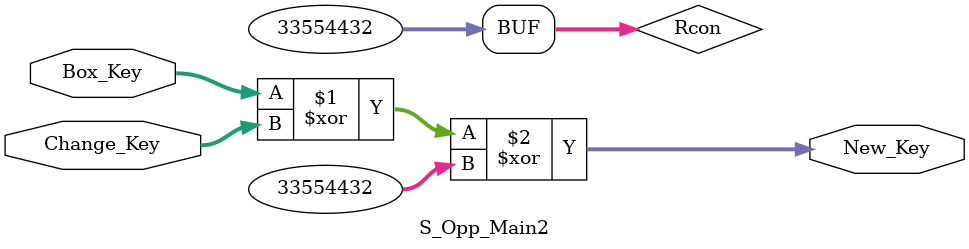
<source format=v>
module S_Opp_Main2(Box_Key,Change_Key,New_Key);
  
  input[31:0]Box_Key,Change_Key;
  
  output[31:0]New_Key;
  
  wire [31:0]Rcon;

assign Rcon=32'b0000_0010_0000_0000_0000_0000_0000_0000;

assign New_Key=Box_Key ^ Change_Key ^ Rcon;

endmodule





</source>
